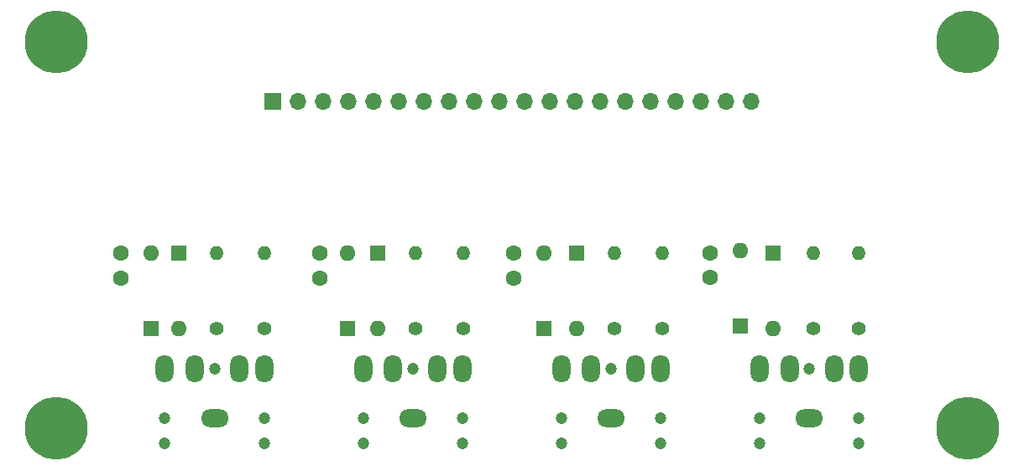
<source format=gbs>
%TF.GenerationSoftware,KiCad,Pcbnew,(6.0.1)*%
%TF.CreationDate,2022-10-03T14:05:18-04:00*%
%TF.ProjectId,MOD-JACKS,4d4f442d-4a41-4434-9b53-2e6b69636164,rev?*%
%TF.SameCoordinates,Original*%
%TF.FileFunction,Soldermask,Bot*%
%TF.FilePolarity,Negative*%
%FSLAX46Y46*%
G04 Gerber Fmt 4.6, Leading zero omitted, Abs format (unit mm)*
G04 Created by KiCad (PCBNEW (6.0.1)) date 2022-10-03 14:05:18*
%MOMM*%
%LPD*%
G01*
G04 APERTURE LIST*
%ADD10C,6.350000*%
%ADD11C,1.400000*%
%ADD12O,1.400000X1.400000*%
%ADD13C,1.200000*%
%ADD14O,1.800000X2.800000*%
%ADD15O,2.800000X1.800000*%
%ADD16R,1.600000X1.600000*%
%ADD17O,1.600000X1.600000*%
%ADD18C,1.600000*%
%ADD19R,1.700000X1.700000*%
%ADD20O,1.700000X1.700000*%
G04 APERTURE END LIST*
D10*
%TO.C,MTG1*%
X94000000Y-83000000D03*
%TD*%
D11*
%TO.C,R8*%
X170434000Y-72898000D03*
D12*
X170434000Y-65278000D03*
%TD*%
D13*
%TO.C,J2*%
X125000000Y-82000000D03*
X135000000Y-82000000D03*
X130000000Y-77000000D03*
X125000000Y-84500000D03*
X135000000Y-84500000D03*
D14*
X125000000Y-77000000D03*
X128000000Y-77000000D03*
D15*
X130000000Y-82000000D03*
D14*
X135000000Y-77000000D03*
X132500000Y-77000000D03*
%TD*%
D16*
%TO.C,D8*%
X166370000Y-65278000D03*
D17*
X166370000Y-72898000D03*
%TD*%
D11*
%TO.C,R1*%
X115062000Y-72898000D03*
D12*
X115062000Y-65278000D03*
%TD*%
D16*
%TO.C,D4*%
X163068000Y-72644000D03*
D17*
X163068000Y-65024000D03*
%TD*%
D11*
%TO.C,R3*%
X155194000Y-72898000D03*
D12*
X155194000Y-65278000D03*
%TD*%
D16*
%TO.C,D5*%
X106426000Y-65278000D03*
D17*
X106426000Y-72898000D03*
%TD*%
D18*
%TO.C,C3*%
X140208000Y-65318000D03*
X140208000Y-67818000D03*
%TD*%
D16*
%TO.C,D2*%
X123444000Y-72898000D03*
D17*
X123444000Y-65278000D03*
%TD*%
D16*
%TO.C,D1*%
X103632000Y-72898000D03*
D17*
X103632000Y-65278000D03*
%TD*%
D16*
%TO.C,D3*%
X143256000Y-72898000D03*
D17*
X143256000Y-65278000D03*
%TD*%
D16*
%TO.C,D6*%
X126492000Y-65278000D03*
D17*
X126492000Y-72898000D03*
%TD*%
D16*
%TO.C,D7*%
X146558000Y-65278000D03*
D17*
X146558000Y-72898000D03*
%TD*%
D10*
%TO.C,MTG3*%
X94000000Y-44000000D03*
%TD*%
D11*
%TO.C,R6*%
X130302000Y-72898000D03*
D12*
X130302000Y-65278000D03*
%TD*%
D13*
%TO.C,J4*%
X165000000Y-82000000D03*
X175000000Y-82000000D03*
X165000000Y-84500000D03*
X170000000Y-77000000D03*
X175000000Y-84500000D03*
D14*
X165000000Y-77000000D03*
X168000000Y-77000000D03*
D15*
X170000000Y-82000000D03*
D14*
X175000000Y-77000000D03*
X172500000Y-77000000D03*
%TD*%
D19*
%TO.C,J5*%
X115875000Y-50000000D03*
D20*
X118415000Y-50000000D03*
X120955000Y-50000000D03*
X123495000Y-50000000D03*
X126035000Y-50000000D03*
X128575000Y-50000000D03*
X131115000Y-50000000D03*
X133655000Y-50000000D03*
X136195000Y-50000000D03*
X138735000Y-50000000D03*
X141275000Y-50000000D03*
X143815000Y-50000000D03*
X146355000Y-50000000D03*
X148895000Y-50000000D03*
X151435000Y-50000000D03*
X153975000Y-50000000D03*
X156515000Y-50000000D03*
X159055000Y-50000000D03*
X161595000Y-50000000D03*
X164135000Y-50000000D03*
%TD*%
D13*
%TO.C,J1*%
X110000000Y-77000000D03*
X105000000Y-82000000D03*
X105000000Y-84500000D03*
X115000000Y-84500000D03*
X115000000Y-82000000D03*
D14*
X105000000Y-77000000D03*
X108000000Y-77000000D03*
D15*
X110000000Y-82000000D03*
D14*
X115000000Y-77000000D03*
X112500000Y-77000000D03*
%TD*%
D18*
%TO.C,C1*%
X100584000Y-65298000D03*
X100584000Y-67798000D03*
%TD*%
%TO.C,C2*%
X120650000Y-65298000D03*
X120650000Y-67798000D03*
%TD*%
%TO.C,C4*%
X160020000Y-65278000D03*
X160020000Y-67778000D03*
%TD*%
D11*
%TO.C,R4*%
X175006000Y-72898000D03*
D12*
X175006000Y-65278000D03*
%TD*%
D13*
%TO.C,J3*%
X155000000Y-82000000D03*
X150000000Y-77000000D03*
X155000000Y-84500000D03*
X145000000Y-84500000D03*
X145000000Y-82000000D03*
D14*
X145000000Y-77000000D03*
X148000000Y-77000000D03*
D15*
X150000000Y-82000000D03*
D14*
X155000000Y-77000000D03*
X152500000Y-77000000D03*
%TD*%
D11*
%TO.C,R7*%
X150368000Y-72898000D03*
D12*
X150368000Y-65278000D03*
%TD*%
D11*
%TO.C,R5*%
X110236000Y-72898000D03*
D12*
X110236000Y-65278000D03*
%TD*%
D10*
%TO.C,MTG2*%
X186000000Y-83000000D03*
%TD*%
%TO.C,MTG4*%
X186000000Y-44000000D03*
%TD*%
D11*
%TO.C,R2*%
X135128000Y-72898000D03*
D12*
X135128000Y-65278000D03*
%TD*%
M02*

</source>
